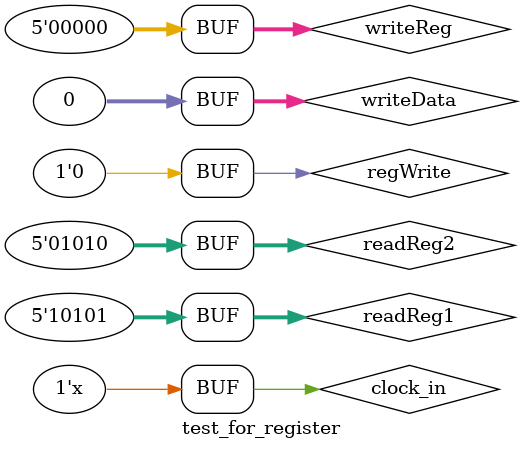
<source format=v>
`timescale 1ns / 1ps


module test_for_register;

	// Inputs
	reg clock_in;
	reg regWrite;
	reg [4:0] writeReg;
	reg [25:21] readReg1;
	reg [20:16] readReg2;
	reg [31:0] writeData;
	
	//Outputs
	wire [31:0] readData1;
	wire [31:0] readData2;
	
	// Instantiate the Unit Under Test (UUT)
	register uut (
		.clock_in(clock_in),
		.writeReg(writeReg),
		.readReg1(readReg1),
		.readReg2(readReg2),
		.writeData(writeData),
		.readData1(readData1),
		.readData2(readData2),
		.regWrite(regWrite)
	);

	parameter cycle = 200;
	always #(cycle/2) clock_in = ~clock_in;
	initial begin
		
		// Initialize Inputs
		clock_in = 0;
		readReg1 = 0;
		readReg2 = 0;
		writeReg = 0;
		writeData = 0;
		regWrite = 0;
		
		// Wait 100 ns for global reset to finish
		#100;
      
		// Add stimulus here
		#285;
		regWrite = 1'b1;
		writeReg = 5'b10101;
		writeData = 32'b11111111111111110000000000000000;
		
		#200;
		writeReg = 5'b01010;
		writeData = 32'b00000000000000001111111111111111;
		
		#200;
		regWrite = 1'b0;
		writeReg = 5'b00000;
		writeData = 32'b00000000000000000000000000000000;
		
		#50;
		readReg1 = 5'b10101;
		readReg2 = 5'b01010;

	end
      
endmodule


</source>
